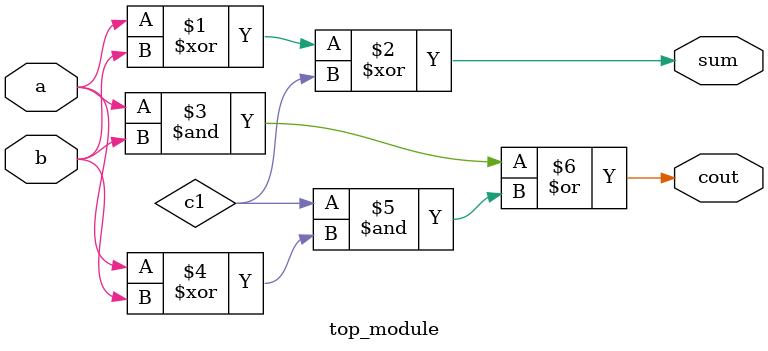
<source format=sv>
module top_module (
	input a,
	input b,
	output sum,
	output cout
);

	// Define internal wires for carry calculation
	wire c1, c2;

	// Implement full adder logic
	assign sum = a ^ b ^ c1;
	assign cout = (a & b) | (c1 & (a ^ b));

endmodule

</source>
